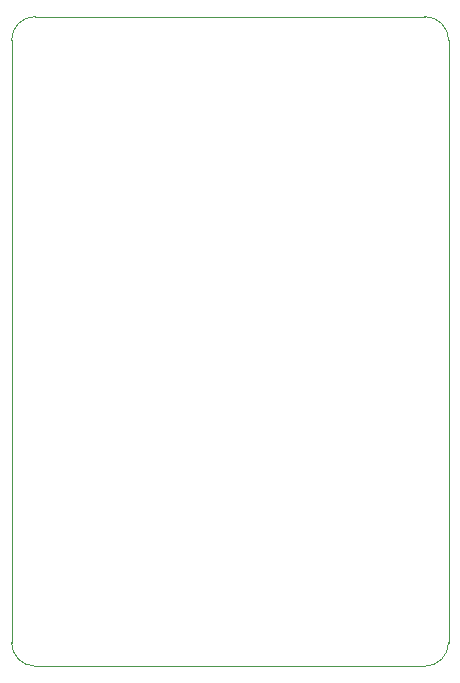
<source format=gbr>
%TF.GenerationSoftware,Altium Limited,Altium Designer,25.5.2 (35)*%
G04 Layer_Color=16711935*
%FSLAX45Y45*%
%MOMM*%
%TF.SameCoordinates,04C475F5-62FD-4A33-8D44-780EF8A6E366*%
%TF.FilePolarity,Positive*%
%TF.FileFunction,Keep-out,Top*%
%TF.Part,Single*%
G01*
G75*
%TA.AperFunction,NonConductor*%
%ADD45C,0.10000*%
D45*
X3700000Y5300000D02*
G03*
X3500000Y5500000I-200000J0D01*
G01*
X200000D02*
G03*
X0Y5300000I0J-200000D01*
G01*
X3500000Y0D02*
G03*
X3700000Y200000I0J200000D01*
G01*
X0D02*
G03*
X200000Y0I200000J0D01*
G01*
Y5500000D02*
X3500000Y5500000D01*
X3699999Y5300000D02*
X3700000Y200000D01*
X200000Y-0D02*
X3500000Y0D01*
X-2Y5300000D02*
X0Y200000D01*
%TF.MD5,108c6122f73607230ce4b2e273dd8d0b*%
M02*

</source>
